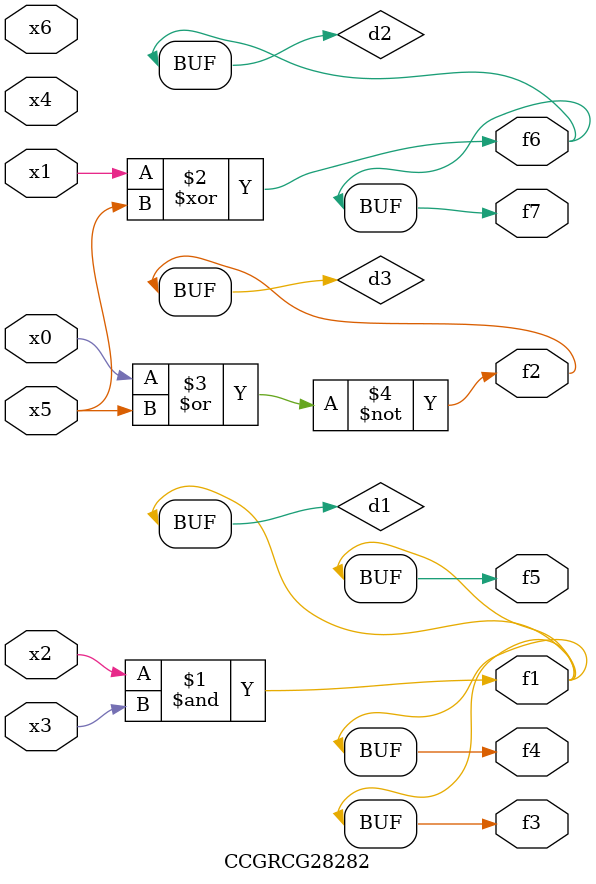
<source format=v>
module CCGRCG28282(
	input x0, x1, x2, x3, x4, x5, x6,
	output f1, f2, f3, f4, f5, f6, f7
);

	wire d1, d2, d3;

	and (d1, x2, x3);
	xor (d2, x1, x5);
	nor (d3, x0, x5);
	assign f1 = d1;
	assign f2 = d3;
	assign f3 = d1;
	assign f4 = d1;
	assign f5 = d1;
	assign f6 = d2;
	assign f7 = d2;
endmodule

</source>
